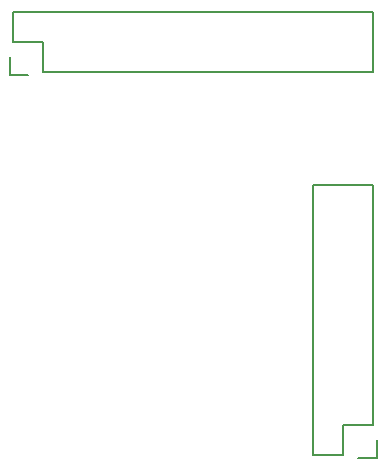
<source format=gbr>
G04 #@! TF.FileFunction,Legend,Top*
%FSLAX46Y46*%
G04 Gerber Fmt 4.6, Leading zero omitted, Abs format (unit mm)*
G04 Created by KiCad (PCBNEW (2015-03-23 BZR 5533)-product) date Tue 11 Aug 2015 14:19:37 SAST*
%MOMM*%
G01*
G04 APERTURE LIST*
%ADD10C,0.100000*%
%ADD11C,0.150000*%
G04 APERTURE END LIST*
D10*
D11*
X111125000Y-77470000D02*
X80645000Y-77470000D01*
X83185000Y-82550000D02*
X111125000Y-82550000D01*
X111125000Y-77470000D02*
X111125000Y-82550000D01*
X80645000Y-77470000D02*
X80645000Y-80010000D01*
X80365000Y-81280000D02*
X80365000Y-82830000D01*
X80645000Y-80010000D02*
X83185000Y-80010000D01*
X83185000Y-80010000D02*
X83185000Y-82550000D01*
X80365000Y-82830000D02*
X81915000Y-82830000D01*
X106045000Y-92075000D02*
X106045000Y-114935000D01*
X111125000Y-112395000D02*
X111125000Y-92075000D01*
X106045000Y-92075000D02*
X111125000Y-92075000D01*
X106045000Y-114935000D02*
X108585000Y-114935000D01*
X109855000Y-115215000D02*
X111405000Y-115215000D01*
X108585000Y-114935000D02*
X108585000Y-112395000D01*
X108585000Y-112395000D02*
X111125000Y-112395000D01*
X111405000Y-115215000D02*
X111405000Y-113665000D01*
M02*

</source>
